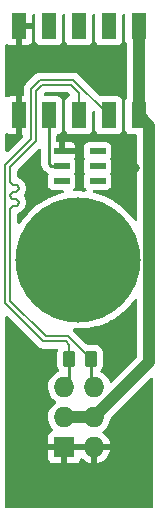
<source format=gtl>
G04 #@! TF.GenerationSoftware,KiCad,Pcbnew,6.0.0-d3dd2cf0fa~116~ubuntu21.10.1*
G04 #@! TF.CreationDate,2022-02-12T15:33:20+00:00*
G04 #@! TF.ProjectId,feederFloor,66656564-6572-4466-9c6f-6f722e6b6963,rev?*
G04 #@! TF.SameCoordinates,Original*
G04 #@! TF.FileFunction,Copper,L1,Top*
G04 #@! TF.FilePolarity,Positive*
%FSLAX46Y46*%
G04 Gerber Fmt 4.6, Leading zero omitted, Abs format (unit mm)*
G04 Created by KiCad (PCBNEW 6.0.0-d3dd2cf0fa~116~ubuntu21.10.1) date 2022-02-12 15:33:20*
%MOMM*%
%LPD*%
G01*
G04 APERTURE LIST*
G04 Aperture macros list*
%AMRoundRect*
0 Rectangle with rounded corners*
0 $1 Rounding radius*
0 $2 $3 $4 $5 $6 $7 $8 $9 X,Y pos of 4 corners*
0 Add a 4 corners polygon primitive as box body*
4,1,4,$2,$3,$4,$5,$6,$7,$8,$9,$2,$3,0*
0 Add four circle primitives for the rounded corners*
1,1,$1+$1,$2,$3*
1,1,$1+$1,$4,$5*
1,1,$1+$1,$6,$7*
1,1,$1+$1,$8,$9*
0 Add four rect primitives between the rounded corners*
20,1,$1+$1,$2,$3,$4,$5,0*
20,1,$1+$1,$4,$5,$6,$7,0*
20,1,$1+$1,$6,$7,$8,$9,0*
20,1,$1+$1,$8,$9,$2,$3,0*%
G04 Aperture macros list end*
G04 #@! TA.AperFunction,SMDPad,CuDef*
%ADD10R,1.270000X2.250000*%
G04 #@! TD*
G04 #@! TA.AperFunction,SMDPad,CuDef*
%ADD11RoundRect,0.250000X0.262500X0.450000X-0.262500X0.450000X-0.262500X-0.450000X0.262500X-0.450000X0*%
G04 #@! TD*
G04 #@! TA.AperFunction,SMDPad,CuDef*
%ADD12R,1.330000X0.530000*%
G04 #@! TD*
G04 #@! TA.AperFunction,ComponentPad*
%ADD13C,5.700000*%
G04 #@! TD*
G04 #@! TA.AperFunction,ConnectorPad*
%ADD14C,10.600000*%
G04 #@! TD*
G04 #@! TA.AperFunction,ComponentPad*
%ADD15R,1.727200X1.727200*%
G04 #@! TD*
G04 #@! TA.AperFunction,ComponentPad*
%ADD16O,1.727200X1.727200*%
G04 #@! TD*
G04 #@! TA.AperFunction,ViaPad*
%ADD17C,0.800000*%
G04 #@! TD*
G04 #@! TA.AperFunction,Conductor*
%ADD18C,0.250000*%
G04 #@! TD*
G04 #@! TA.AperFunction,Conductor*
%ADD19C,1.000000*%
G04 #@! TD*
G04 #@! TA.AperFunction,Conductor*
%ADD20C,0.200000*%
G04 #@! TD*
G04 APERTURE END LIST*
D10*
X186650000Y-29100000D03*
X189190000Y-29100000D03*
X191730000Y-29100000D03*
X194270000Y-29100000D03*
X196810000Y-29100000D03*
X196810000Y-21550000D03*
X194270000Y-21550000D03*
X191730000Y-21550000D03*
X189190000Y-21543500D03*
X186650000Y-21543500D03*
D11*
X192742500Y-49740000D03*
X190917500Y-49740000D03*
D12*
X190265000Y-32130000D03*
X190265000Y-33400000D03*
X190265000Y-34670000D03*
X193315000Y-34670000D03*
X193315000Y-33400000D03*
X193315000Y-32130000D03*
D13*
X191700000Y-41350000D03*
D14*
X191700000Y-41350000D03*
D15*
X190500000Y-57200000D03*
D16*
X193040000Y-57200000D03*
X190500000Y-54660000D03*
X193040000Y-54660000D03*
X190500000Y-52120000D03*
X193040000Y-52120000D03*
D17*
X195020000Y-49560000D03*
X187230000Y-33560000D03*
X186580000Y-24180000D03*
X196510000Y-33560000D03*
D18*
X189190000Y-33240000D02*
X189190000Y-29100000D01*
X189350000Y-33400000D02*
X189190000Y-33240000D01*
X190265000Y-33400000D02*
X189350000Y-33400000D01*
D19*
X190500000Y-54660000D02*
X193040000Y-54660000D01*
X197700001Y-29990001D02*
X196810000Y-29100000D01*
X196810000Y-29100000D02*
X196810000Y-21550000D01*
X193040000Y-54660000D02*
X197700001Y-49999999D01*
X197700001Y-49999999D02*
X197700001Y-29990001D01*
D18*
X190917500Y-51702500D02*
X190500000Y-52120000D01*
D20*
X190621103Y-48255000D02*
X190917500Y-48551397D01*
X191275000Y-26105000D02*
X188426800Y-26105000D01*
X185475000Y-45003200D02*
X188726800Y-48255000D01*
X188426800Y-26105000D02*
X187685000Y-26846800D01*
X190917500Y-48551397D02*
X190917500Y-49740000D01*
X188726800Y-48255000D02*
X190621103Y-48255000D01*
D18*
X190917500Y-49740000D02*
X190917500Y-51702500D01*
D20*
X194270000Y-29100000D02*
X191275000Y-26105000D01*
X185475000Y-33296800D02*
X185475000Y-45003200D01*
X187685000Y-31086800D02*
X185475000Y-33296800D01*
X187685000Y-26846800D02*
X187685000Y-31086800D01*
X186461507Y-35014709D02*
X186398098Y-34992521D01*
X186398098Y-35577478D02*
X186461507Y-35555290D01*
X186158243Y-35592521D02*
X186225000Y-35585000D01*
D18*
X192742500Y-49740000D02*
X192742500Y-51822500D01*
D20*
X186565891Y-35472046D02*
X186601632Y-35415165D01*
X186631342Y-35285000D02*
X186623820Y-35218243D01*
X186158243Y-34977478D02*
X186094834Y-34955290D01*
X186565891Y-36672046D02*
X186601632Y-36615165D01*
X185932521Y-35818243D02*
X185954709Y-35754834D01*
X186331342Y-36185000D02*
X186225000Y-36185000D01*
X186565891Y-36297953D02*
X186518388Y-36250450D01*
X191088603Y-26555000D02*
X191730000Y-27196397D01*
X185925000Y-35885000D02*
X185932521Y-35818243D01*
X185925000Y-44816800D02*
X185925000Y-37085000D01*
X186225000Y-35585000D02*
X186331342Y-35585000D01*
X186461507Y-36755290D02*
X186518388Y-36719549D01*
X185990450Y-35697953D02*
X186037953Y-35650450D01*
X185932521Y-35951756D02*
X185925000Y-35885000D01*
X186601632Y-36615165D02*
X186623820Y-36551756D01*
X185932521Y-37018243D02*
X185954709Y-36954834D01*
X186037953Y-36119549D02*
X185990450Y-36072046D01*
X186037953Y-36850450D02*
X186094834Y-36814709D01*
X186225000Y-34985000D02*
X186158243Y-34977478D01*
X186331342Y-35585000D02*
X186398098Y-35577478D01*
X186631342Y-36485000D02*
X186623820Y-36418243D01*
X186623820Y-35351756D02*
X186631342Y-35285000D01*
X185954709Y-36015165D02*
X185932521Y-35951756D01*
X185925000Y-34685000D02*
X185925000Y-33483200D01*
X186094834Y-35614709D02*
X186158243Y-35592521D01*
X191730000Y-27196397D02*
X191730000Y-29100000D01*
X190807500Y-47805000D02*
X188913200Y-47805000D01*
X185954709Y-34815165D02*
X185932521Y-34751756D01*
X186094834Y-34955290D02*
X186037953Y-34919549D01*
X186623820Y-36418243D02*
X186601632Y-36354834D01*
D18*
X192742500Y-51822500D02*
X193040000Y-52120000D01*
D20*
X186037953Y-34919549D02*
X185990450Y-34872046D01*
X185990450Y-36897953D02*
X186037953Y-36850450D01*
X186461507Y-36214709D02*
X186398098Y-36192521D01*
X186601632Y-36354834D02*
X186565891Y-36297953D01*
X186037953Y-35650450D02*
X186094834Y-35614709D01*
X186158243Y-36792521D02*
X186225000Y-36785000D01*
X188613200Y-26555000D02*
X191088603Y-26555000D01*
X186398098Y-34992521D02*
X186331342Y-34985000D01*
X186623820Y-35218243D02*
X186601632Y-35154834D01*
X188135000Y-31273200D02*
X188135000Y-27033200D01*
X186398098Y-36192521D02*
X186331342Y-36185000D01*
X186158243Y-36177478D02*
X186094834Y-36155290D01*
X185990450Y-36072046D02*
X185954709Y-36015165D01*
X186398098Y-36777478D02*
X186461507Y-36755290D01*
X186461507Y-35555290D02*
X186518388Y-35519549D01*
X185925000Y-33483200D02*
X188135000Y-31273200D01*
X185954709Y-36954834D02*
X185990450Y-36897953D01*
X186601632Y-35154834D02*
X186565891Y-35097953D01*
X186565891Y-35097953D02*
X186518388Y-35050450D01*
X185954709Y-35754834D02*
X185990450Y-35697953D01*
X188135000Y-27033200D02*
X188613200Y-26555000D01*
X185932521Y-34751756D02*
X185925000Y-34685000D01*
X186518388Y-36719549D02*
X186565891Y-36672046D01*
X186518388Y-36250450D02*
X186461507Y-36214709D01*
X186601632Y-35415165D02*
X186623820Y-35351756D01*
X186225000Y-36785000D02*
X186331342Y-36785000D01*
X186518388Y-35519549D02*
X186565891Y-35472046D01*
X192742500Y-49740000D02*
X190807500Y-47805000D01*
X186094834Y-36814709D02*
X186158243Y-36792521D01*
X186225000Y-36185000D02*
X186158243Y-36177478D01*
X188913200Y-47805000D02*
X185925000Y-44816800D01*
X185990450Y-34872046D02*
X185954709Y-34815165D01*
X186331342Y-36785000D02*
X186398098Y-36777478D01*
X185925000Y-37085000D02*
X185932521Y-37018243D01*
X186623820Y-36551756D02*
X186631342Y-36485000D01*
X186518388Y-35050450D02*
X186461507Y-35014709D01*
X186331342Y-34985000D02*
X186225000Y-34985000D01*
X186094834Y-36155290D02*
X186037953Y-36119549D01*
G04 #@! TA.AperFunction,Conductor*
G36*
X185716512Y-46105149D02*
G01*
X185723095Y-46111278D01*
X188262780Y-48650963D01*
X188273648Y-48663355D01*
X188288068Y-48682148D01*
X188288072Y-48682152D01*
X188293098Y-48688702D01*
X188324991Y-48713174D01*
X188420127Y-48786175D01*
X188479413Y-48810732D01*
X188560424Y-48844288D01*
X188560427Y-48844289D01*
X188568054Y-48847448D01*
X188726800Y-48868347D01*
X188734988Y-48867269D01*
X188734989Y-48867269D01*
X188758468Y-48864178D01*
X188774914Y-48863100D01*
X189823313Y-48863100D01*
X189891434Y-48883102D01*
X189937927Y-48936758D01*
X189948031Y-49007032D01*
X189942906Y-49028768D01*
X189907597Y-49135220D01*
X189896900Y-49239627D01*
X189896901Y-50240372D01*
X189907869Y-50346084D01*
X189963815Y-50513775D01*
X189967664Y-50519995D01*
X190053605Y-50658875D01*
X190072442Y-50727327D01*
X190051280Y-50795097D01*
X189996840Y-50840668D01*
X189985604Y-50844943D01*
X189971544Y-50849538D01*
X189971538Y-50849541D01*
X189966623Y-50851147D01*
X189766549Y-50955299D01*
X189762416Y-50958402D01*
X189762413Y-50958404D01*
X189630088Y-51057756D01*
X189586171Y-51090730D01*
X189430336Y-51253803D01*
X189303226Y-51440138D01*
X189208257Y-51644731D01*
X189147979Y-51862088D01*
X189124010Y-52086372D01*
X189136994Y-52311558D01*
X189138131Y-52316604D01*
X189138132Y-52316610D01*
X189162442Y-52424478D01*
X189186583Y-52531600D01*
X189271444Y-52740588D01*
X189389299Y-52932910D01*
X189536983Y-53103401D01*
X189710529Y-53247482D01*
X189764841Y-53279219D01*
X189813563Y-53330855D01*
X189826635Y-53400638D01*
X189799904Y-53466410D01*
X189769205Y-53493916D01*
X189766549Y-53495299D01*
X189762413Y-53498404D01*
X189762412Y-53498405D01*
X189591592Y-53626660D01*
X189586171Y-53630730D01*
X189430336Y-53793803D01*
X189303226Y-53980138D01*
X189208257Y-54184731D01*
X189147979Y-54402088D01*
X189124010Y-54626372D01*
X189136994Y-54851558D01*
X189138131Y-54856604D01*
X189138132Y-54856610D01*
X189159375Y-54950868D01*
X189186583Y-55071600D01*
X189188525Y-55076382D01*
X189188526Y-55076386D01*
X189227078Y-55171328D01*
X189271444Y-55280588D01*
X189389299Y-55472910D01*
X189534864Y-55640954D01*
X189534864Y-55640955D01*
X189536983Y-55643401D01*
X189536478Y-55643838D01*
X189569265Y-55702418D01*
X189564941Y-55773282D01*
X189522991Y-55830560D01*
X189490660Y-55848469D01*
X189398348Y-55883075D01*
X189382751Y-55891614D01*
X189280676Y-55968115D01*
X189268115Y-55980676D01*
X189191614Y-56082751D01*
X189183076Y-56098346D01*
X189137922Y-56218794D01*
X189134295Y-56234049D01*
X189128769Y-56284914D01*
X189128400Y-56291728D01*
X189128400Y-56927885D01*
X189132875Y-56943124D01*
X189134265Y-56944329D01*
X189141948Y-56946000D01*
X194372367Y-56946000D01*
X194385898Y-56942027D01*
X194387203Y-56932947D01*
X194344133Y-56761477D01*
X194340813Y-56751726D01*
X194254999Y-56554365D01*
X194250133Y-56545290D01*
X194133239Y-56364601D01*
X194126947Y-56356430D01*
X193982113Y-56197260D01*
X193974580Y-56190234D01*
X193805691Y-56056855D01*
X193797108Y-56051153D01*
X193777695Y-56040436D01*
X193727724Y-55990003D01*
X193712952Y-55920560D01*
X193738068Y-55854155D01*
X193765420Y-55827548D01*
X193826224Y-55784177D01*
X193928409Y-55711290D01*
X194088182Y-55552073D01*
X194219806Y-55368899D01*
X194319745Y-55166687D01*
X194385316Y-54950868D01*
X194411651Y-54750839D01*
X194440374Y-54685912D01*
X194447478Y-54678191D01*
X197776905Y-51348764D01*
X197839217Y-51314738D01*
X197910032Y-51319803D01*
X197966868Y-51362350D01*
X197991679Y-51428870D01*
X197992000Y-51437859D01*
X197992000Y-62266000D01*
X197971998Y-62334121D01*
X197918342Y-62380614D01*
X197866000Y-62392000D01*
X185634000Y-62392000D01*
X185565879Y-62371998D01*
X185519386Y-62318342D01*
X185508000Y-62266000D01*
X185508000Y-58108269D01*
X189128401Y-58108269D01*
X189128771Y-58115090D01*
X189134295Y-58165952D01*
X189137921Y-58181204D01*
X189183076Y-58301654D01*
X189191614Y-58317249D01*
X189268115Y-58419324D01*
X189280676Y-58431885D01*
X189382751Y-58508386D01*
X189398346Y-58516924D01*
X189518794Y-58562078D01*
X189534049Y-58565705D01*
X189584914Y-58571231D01*
X189591728Y-58571600D01*
X190227885Y-58571600D01*
X190243124Y-58567125D01*
X190244329Y-58565735D01*
X190246000Y-58558052D01*
X190246000Y-58553484D01*
X190754000Y-58553484D01*
X190758475Y-58568723D01*
X190759865Y-58569928D01*
X190767548Y-58571599D01*
X191408269Y-58571599D01*
X191415090Y-58571229D01*
X191465952Y-58565705D01*
X191481204Y-58562079D01*
X191601654Y-58516924D01*
X191617249Y-58508386D01*
X191719324Y-58431885D01*
X191731885Y-58419324D01*
X191808386Y-58317249D01*
X191816924Y-58301654D01*
X191852041Y-58207981D01*
X191894683Y-58151217D01*
X191961245Y-58126517D01*
X192030593Y-58141725D01*
X192065263Y-58169716D01*
X192073674Y-58179427D01*
X192081032Y-58186633D01*
X192246606Y-58324095D01*
X192255053Y-58330010D01*
X192440859Y-58438586D01*
X192450146Y-58443036D01*
X192651198Y-58519810D01*
X192661091Y-58522684D01*
X192768248Y-58544485D01*
X192782300Y-58543290D01*
X192786000Y-58532945D01*
X192786000Y-58532229D01*
X193294000Y-58532229D01*
X193298064Y-58546071D01*
X193311479Y-58548105D01*
X193321025Y-58546882D01*
X193331095Y-58544742D01*
X193537225Y-58482900D01*
X193546832Y-58479134D01*
X193740076Y-58384464D01*
X193748934Y-58379185D01*
X193924141Y-58254211D01*
X193932003Y-58247567D01*
X194084445Y-58095656D01*
X194091122Y-58087811D01*
X194216702Y-57913047D01*
X194222013Y-57904208D01*
X194317358Y-57711292D01*
X194321156Y-57701699D01*
X194383716Y-57495791D01*
X194385893Y-57485721D01*
X194387705Y-57471960D01*
X194385493Y-57457778D01*
X194372336Y-57454000D01*
X193312115Y-57454000D01*
X193296876Y-57458475D01*
X193295671Y-57459865D01*
X193294000Y-57467548D01*
X193294000Y-58532229D01*
X192786000Y-58532229D01*
X192786000Y-57472115D01*
X192781525Y-57456876D01*
X192780135Y-57455671D01*
X192772452Y-57454000D01*
X190772115Y-57454000D01*
X190756876Y-57458475D01*
X190755671Y-57459865D01*
X190754000Y-57467548D01*
X190754000Y-58553484D01*
X190246000Y-58553484D01*
X190246000Y-57472115D01*
X190241525Y-57456876D01*
X190240135Y-57455671D01*
X190232452Y-57454000D01*
X189146516Y-57454000D01*
X189131277Y-57458475D01*
X189130072Y-57459865D01*
X189128401Y-57467548D01*
X189128401Y-58108269D01*
X185508000Y-58108269D01*
X185508000Y-46200373D01*
X185528002Y-46132252D01*
X185581658Y-46085759D01*
X185651932Y-46075655D01*
X185716512Y-46105149D01*
G37*
G04 #@! TD.AperFunction*
G04 #@! TA.AperFunction,Conductor*
G36*
X196649444Y-44656401D02*
G01*
X196687176Y-44716541D01*
X196691901Y-44750723D01*
X196691901Y-49530241D01*
X196671899Y-49598362D01*
X196654996Y-49619336D01*
X194550517Y-51723815D01*
X194488205Y-51757841D01*
X194417390Y-51752776D01*
X194360554Y-51710229D01*
X194343187Y-51677300D01*
X194342969Y-51676433D01*
X194253027Y-51469581D01*
X194130508Y-51280196D01*
X194110380Y-51258075D01*
X194046245Y-51187592D01*
X193978703Y-51113364D01*
X193908291Y-51057756D01*
X193805744Y-50976768D01*
X193805740Y-50976766D01*
X193801689Y-50973566D01*
X193764271Y-50952910D01*
X193709162Y-50922489D01*
X193620900Y-50873766D01*
X193570930Y-50823335D01*
X193556158Y-50753892D01*
X193581274Y-50687486D01*
X193592614Y-50674448D01*
X193603989Y-50663053D01*
X193696749Y-50512568D01*
X193752403Y-50344780D01*
X193763100Y-50240373D01*
X193763099Y-49239628D01*
X193752131Y-49133916D01*
X193696185Y-48966225D01*
X193603163Y-48815902D01*
X193478053Y-48691011D01*
X193327568Y-48598251D01*
X193320619Y-48595946D01*
X193166311Y-48544763D01*
X193166309Y-48544762D01*
X193159780Y-48542597D01*
X193055373Y-48531900D01*
X192955536Y-48531900D01*
X192446574Y-48531901D01*
X192378453Y-48511899D01*
X192357479Y-48494996D01*
X191271516Y-47409033D01*
X191260648Y-47396641D01*
X191246228Y-47377848D01*
X191241202Y-47371298D01*
X191234652Y-47366272D01*
X191229948Y-47361568D01*
X191195922Y-47299256D01*
X191200987Y-47228441D01*
X191243534Y-47171605D01*
X191310054Y-47146794D01*
X191328819Y-47146853D01*
X191484414Y-47158962D01*
X191484422Y-47158962D01*
X191486988Y-47159162D01*
X191489559Y-47159151D01*
X191489565Y-47159151D01*
X191725343Y-47158122D01*
X191963698Y-47157082D01*
X192438635Y-47115948D01*
X192441185Y-47115514D01*
X192441196Y-47115513D01*
X192906052Y-47036471D01*
X192906054Y-47036471D01*
X192908604Y-47036037D01*
X193110877Y-46984290D01*
X193367961Y-46918521D01*
X193367967Y-46918519D01*
X193370446Y-46917885D01*
X193372863Y-46917050D01*
X193372871Y-46917048D01*
X193602799Y-46837653D01*
X193821053Y-46762289D01*
X194257395Y-46570294D01*
X194259668Y-46569063D01*
X194259673Y-46569060D01*
X194674253Y-46344430D01*
X194674260Y-46344426D01*
X194676539Y-46343191D01*
X194999502Y-46132252D01*
X195073490Y-46083928D01*
X195073497Y-46083923D01*
X195075665Y-46082507D01*
X195452088Y-45789997D01*
X195764440Y-45503277D01*
X195801371Y-45469377D01*
X195801377Y-45469371D01*
X195803278Y-45467626D01*
X195805027Y-45465734D01*
X195805033Y-45465728D01*
X196125122Y-45119457D01*
X196126872Y-45117564D01*
X196420695Y-44742164D01*
X196460650Y-44681454D01*
X196514808Y-44635547D01*
X196585187Y-44626208D01*
X196649444Y-44656401D01*
G37*
G04 #@! TD.AperFunction*
G04 #@! TA.AperFunction,Conductor*
G36*
X188474932Y-31897417D02*
G01*
X188531768Y-31939964D01*
X188556579Y-32006484D01*
X188556900Y-32015473D01*
X188556900Y-33161291D01*
X188556374Y-33172460D01*
X188554700Y-33179947D01*
X188554949Y-33187872D01*
X188554949Y-33187873D01*
X188556838Y-33247985D01*
X188556900Y-33251942D01*
X188556900Y-33279833D01*
X188557396Y-33283756D01*
X188557403Y-33283813D01*
X188558336Y-33295660D01*
X188559724Y-33339826D01*
X188561936Y-33347439D01*
X188561937Y-33347446D01*
X188565371Y-33359267D01*
X188569380Y-33378623D01*
X188571916Y-33398697D01*
X188574833Y-33406063D01*
X188574834Y-33406069D01*
X188588180Y-33439775D01*
X188592026Y-33451008D01*
X188602139Y-33485819D01*
X188602142Y-33485825D01*
X188604352Y-33493433D01*
X188608387Y-33500256D01*
X188608388Y-33500258D01*
X188614652Y-33510850D01*
X188623349Y-33528602D01*
X188630801Y-33547422D01*
X188635459Y-33553833D01*
X188635460Y-33553835D01*
X188656765Y-33583158D01*
X188663283Y-33593081D01*
X188685777Y-33631116D01*
X188691381Y-33636720D01*
X188700084Y-33645422D01*
X188712930Y-33660463D01*
X188720161Y-33670416D01*
X188724822Y-33676831D01*
X188730930Y-33681884D01*
X188758862Y-33704991D01*
X188767643Y-33712981D01*
X188846672Y-33792011D01*
X188854202Y-33800286D01*
X188858311Y-33806761D01*
X188864087Y-33812185D01*
X188907954Y-33853379D01*
X188910796Y-33856134D01*
X188930497Y-33875835D01*
X188933619Y-33878257D01*
X188933626Y-33878263D01*
X188933683Y-33878307D01*
X188942705Y-33886013D01*
X188974915Y-33916260D01*
X188981864Y-33920080D01*
X188992650Y-33926010D01*
X189009173Y-33936863D01*
X189025164Y-33949267D01*
X189065723Y-33966818D01*
X189076352Y-33972025D01*
X189102124Y-33986193D01*
X189152182Y-34036538D01*
X189167075Y-34105955D01*
X189152707Y-34154528D01*
X189149739Y-34158489D01*
X189098650Y-34294771D01*
X189091900Y-34356904D01*
X189091900Y-34983096D01*
X189098650Y-35045229D01*
X189101422Y-35052622D01*
X189101422Y-35052624D01*
X189103832Y-35059053D01*
X189149739Y-35181511D01*
X189237024Y-35297976D01*
X189353489Y-35385261D01*
X189407955Y-35405679D01*
X189482376Y-35433578D01*
X189482378Y-35433578D01*
X189489771Y-35436350D01*
X189497621Y-35437203D01*
X189497622Y-35437203D01*
X189544991Y-35442349D01*
X189551904Y-35443100D01*
X190341107Y-35443100D01*
X190409228Y-35463102D01*
X190455721Y-35516758D01*
X190465825Y-35587032D01*
X190436331Y-35651612D01*
X190376605Y-35689996D01*
X190365256Y-35692764D01*
X190355368Y-35694695D01*
X190355365Y-35694696D01*
X190352834Y-35695190D01*
X190350356Y-35695889D01*
X190350347Y-35695891D01*
X190056657Y-35778720D01*
X189894017Y-35824589D01*
X189891590Y-35825494D01*
X189449761Y-35990248D01*
X189449751Y-35990252D01*
X189447346Y-35991149D01*
X189445016Y-35992243D01*
X189018150Y-36192655D01*
X189018142Y-36192659D01*
X189015825Y-36193747D01*
X188915861Y-36251113D01*
X188604583Y-36429744D01*
X188604575Y-36429749D01*
X188602355Y-36431023D01*
X188488108Y-36509690D01*
X188211833Y-36699923D01*
X188211822Y-36699931D01*
X188209718Y-36701380D01*
X188207730Y-36703004D01*
X188207729Y-36703005D01*
X187842551Y-37001367D01*
X187842543Y-37001374D01*
X187840553Y-37003000D01*
X187497344Y-37333855D01*
X187495652Y-37335778D01*
X187495643Y-37335787D01*
X187405923Y-37437734D01*
X187182399Y-37691719D01*
X187180864Y-37693782D01*
X187180856Y-37693792D01*
X187100950Y-37801190D01*
X186897836Y-38074186D01*
X186896463Y-38076388D01*
X186896460Y-38076392D01*
X186766012Y-38285558D01*
X186712992Y-38332775D01*
X186642862Y-38343831D01*
X186577887Y-38315217D01*
X186538697Y-38256017D01*
X186533100Y-38218882D01*
X186533100Y-37468135D01*
X186553102Y-37400014D01*
X186613075Y-37350842D01*
X186614165Y-37350414D01*
X186622182Y-37348426D01*
X186628979Y-37344670D01*
X186634644Y-37342687D01*
X186642296Y-37341387D01*
X186683858Y-37322321D01*
X186694764Y-37317923D01*
X186699971Y-37316101D01*
X186723304Y-37304322D01*
X186727519Y-37302293D01*
X186747536Y-37293110D01*
X186747540Y-37293108D01*
X186751291Y-37291387D01*
X186755967Y-37288449D01*
X186766225Y-37282654D01*
X186799647Y-37265782D01*
X186807020Y-37262060D01*
X186812813Y-37256883D01*
X186817887Y-37253695D01*
X186825062Y-37250723D01*
X186861327Y-37222896D01*
X186870993Y-37216173D01*
X186872172Y-37215432D01*
X186872177Y-37215429D01*
X186875666Y-37213236D01*
X186895798Y-37196555D01*
X186899450Y-37193642D01*
X186920197Y-37177723D01*
X186924089Y-37173831D01*
X186932795Y-37165902D01*
X186961647Y-37141997D01*
X186961647Y-37141996D01*
X186968005Y-37136729D01*
X186972499Y-37130395D01*
X186976737Y-37126157D01*
X186983071Y-37121663D01*
X187012244Y-37086453D01*
X187020173Y-37077747D01*
X187024065Y-37073855D01*
X187039984Y-37053108D01*
X187042902Y-37049450D01*
X187056946Y-37032501D01*
X187056949Y-37032497D01*
X187059578Y-37029324D01*
X187061774Y-37025830D01*
X187062515Y-37024651D01*
X187069238Y-37014985D01*
X187092038Y-36985271D01*
X187097065Y-36978720D01*
X187100037Y-36971545D01*
X187103225Y-36966471D01*
X187108402Y-36960678D01*
X187128997Y-36919881D01*
X187134791Y-36909625D01*
X187135533Y-36908444D01*
X187135534Y-36908442D01*
X187137729Y-36904949D01*
X187148635Y-36881177D01*
X187150664Y-36876962D01*
X187162443Y-36853629D01*
X187164265Y-36848422D01*
X187168663Y-36837516D01*
X187187729Y-36795954D01*
X187189030Y-36788298D01*
X187191009Y-36782641D01*
X187194768Y-36775840D01*
X187205770Y-36731478D01*
X187209133Y-36720200D01*
X187209593Y-36718885D01*
X187209594Y-36718882D01*
X187210959Y-36714981D01*
X187216304Y-36689366D01*
X187217341Y-36684823D01*
X187222642Y-36663449D01*
X187222643Y-36663442D01*
X187223633Y-36659451D01*
X187224095Y-36655354D01*
X187224251Y-36653971D01*
X187226114Y-36642349D01*
X187233765Y-36605679D01*
X187233765Y-36605678D01*
X187235452Y-36597593D01*
X187235016Y-36589837D01*
X187235688Y-36583880D01*
X187237839Y-36576412D01*
X187238694Y-36530712D01*
X187239463Y-36518969D01*
X187239620Y-36517574D01*
X187240081Y-36513484D01*
X187239592Y-36487351D01*
X187239592Y-36482642D01*
X187240004Y-36460633D01*
X187240081Y-36456517D01*
X187239463Y-36451031D01*
X187238694Y-36439289D01*
X187237993Y-36401845D01*
X187237839Y-36393589D01*
X187235688Y-36386123D01*
X187235017Y-36380162D01*
X187235452Y-36372406D01*
X187226113Y-36327646D01*
X187224250Y-36316020D01*
X187224096Y-36314650D01*
X187224094Y-36314637D01*
X187223633Y-36310549D01*
X187222642Y-36306553D01*
X187222640Y-36306542D01*
X187217349Y-36285209D01*
X187216300Y-36280617D01*
X187211801Y-36259053D01*
X187211801Y-36259051D01*
X187210959Y-36255018D01*
X187209595Y-36251121D01*
X187209593Y-36251113D01*
X187209132Y-36249795D01*
X187205769Y-36238518D01*
X187196756Y-36202177D01*
X187194768Y-36194160D01*
X187191010Y-36187361D01*
X187189030Y-36181701D01*
X187187729Y-36174045D01*
X187168663Y-36132483D01*
X187164264Y-36121574D01*
X187163805Y-36120263D01*
X187162443Y-36116370D01*
X187150664Y-36093037D01*
X187148635Y-36088822D01*
X187139452Y-36068805D01*
X187139450Y-36068801D01*
X187137729Y-36065050D01*
X187134791Y-36060374D01*
X187128996Y-36050116D01*
X187112124Y-36016694D01*
X187108402Y-36009321D01*
X187103225Y-36003528D01*
X187100037Y-35998454D01*
X187097065Y-35991279D01*
X187092040Y-35984730D01*
X187092038Y-35984727D01*
X187074372Y-35961705D01*
X187048771Y-35895484D01*
X187063035Y-35825936D01*
X187074371Y-35808297D01*
X187092036Y-35785276D01*
X187092041Y-35785268D01*
X187097065Y-35778720D01*
X187100037Y-35771545D01*
X187103225Y-35766471D01*
X187108402Y-35760678D01*
X187128997Y-35719881D01*
X187134791Y-35709625D01*
X187135533Y-35708444D01*
X187135534Y-35708442D01*
X187137729Y-35704949D01*
X187141885Y-35695891D01*
X187148635Y-35681177D01*
X187150664Y-35676962D01*
X187162443Y-35653629D01*
X187164265Y-35648422D01*
X187168663Y-35637516D01*
X187187729Y-35595954D01*
X187189030Y-35588298D01*
X187191009Y-35582641D01*
X187194768Y-35575840D01*
X187205770Y-35531478D01*
X187209133Y-35520200D01*
X187209593Y-35518885D01*
X187209594Y-35518882D01*
X187210959Y-35514981D01*
X187216304Y-35489366D01*
X187217341Y-35484823D01*
X187222642Y-35463449D01*
X187222643Y-35463442D01*
X187223633Y-35459451D01*
X187224095Y-35455354D01*
X187224251Y-35453971D01*
X187226114Y-35442349D01*
X187233765Y-35405679D01*
X187233765Y-35405678D01*
X187235452Y-35397593D01*
X187235016Y-35389837D01*
X187235688Y-35383880D01*
X187237839Y-35376412D01*
X187238694Y-35330712D01*
X187239463Y-35318969D01*
X187239620Y-35317574D01*
X187240081Y-35313484D01*
X187239592Y-35287351D01*
X187239592Y-35282642D01*
X187240004Y-35260633D01*
X187240081Y-35256517D01*
X187239463Y-35251031D01*
X187238694Y-35239289D01*
X187237993Y-35201845D01*
X187237839Y-35193589D01*
X187235688Y-35186123D01*
X187235017Y-35180162D01*
X187235452Y-35172406D01*
X187226113Y-35127646D01*
X187224250Y-35116020D01*
X187224096Y-35114650D01*
X187224094Y-35114637D01*
X187223633Y-35110549D01*
X187222642Y-35106553D01*
X187222640Y-35106542D01*
X187217349Y-35085209D01*
X187216300Y-35080617D01*
X187211801Y-35059053D01*
X187211801Y-35059051D01*
X187210959Y-35055018D01*
X187209595Y-35051121D01*
X187209593Y-35051113D01*
X187209132Y-35049795D01*
X187205769Y-35038518D01*
X187196756Y-35002177D01*
X187194768Y-34994160D01*
X187191010Y-34987361D01*
X187189030Y-34981701D01*
X187187729Y-34974045D01*
X187168663Y-34932483D01*
X187164264Y-34921574D01*
X187163805Y-34920263D01*
X187162443Y-34916370D01*
X187150664Y-34893037D01*
X187148635Y-34888822D01*
X187139452Y-34868805D01*
X187139450Y-34868801D01*
X187137729Y-34865050D01*
X187134791Y-34860374D01*
X187128996Y-34850116D01*
X187112124Y-34816694D01*
X187108402Y-34809321D01*
X187103225Y-34803528D01*
X187100037Y-34798454D01*
X187097065Y-34791279D01*
X187069238Y-34755014D01*
X187062515Y-34745348D01*
X187061774Y-34744169D01*
X187061771Y-34744164D01*
X187059578Y-34740675D01*
X187042897Y-34720543D01*
X187039984Y-34716891D01*
X187024065Y-34696144D01*
X187020173Y-34692252D01*
X187012244Y-34683546D01*
X186988339Y-34654694D01*
X186988338Y-34654694D01*
X186983071Y-34648336D01*
X186976737Y-34643842D01*
X186972499Y-34639604D01*
X186968005Y-34633270D01*
X186932795Y-34604097D01*
X186924089Y-34596168D01*
X186920197Y-34592276D01*
X186899450Y-34576357D01*
X186895792Y-34573439D01*
X186878843Y-34559395D01*
X186878839Y-34559392D01*
X186875666Y-34556763D01*
X186872177Y-34554570D01*
X186872172Y-34554567D01*
X186870993Y-34553826D01*
X186861327Y-34547103D01*
X186831613Y-34524303D01*
X186825062Y-34519276D01*
X186817887Y-34516304D01*
X186812813Y-34513116D01*
X186807020Y-34507939D01*
X186766223Y-34487344D01*
X186755967Y-34481550D01*
X186754786Y-34480808D01*
X186754784Y-34480807D01*
X186751291Y-34478612D01*
X186747540Y-34476891D01*
X186747536Y-34476889D01*
X186727519Y-34467706D01*
X186723304Y-34465677D01*
X186699971Y-34453898D01*
X186694764Y-34452076D01*
X186683858Y-34447678D01*
X186642296Y-34428612D01*
X186634638Y-34427311D01*
X186628978Y-34425330D01*
X186622174Y-34421570D01*
X186614157Y-34419582D01*
X186613069Y-34419155D01*
X186556964Y-34375649D01*
X186533100Y-34301864D01*
X186533100Y-33787273D01*
X186553102Y-33719152D01*
X186570005Y-33698178D01*
X188341805Y-31926378D01*
X188404117Y-31892352D01*
X188474932Y-31897417D01*
G37*
G04 #@! TD.AperFunction*
G04 #@! TA.AperFunction,Conductor*
G36*
X187989021Y-20528002D02*
G01*
X188035514Y-20581658D01*
X188046900Y-20634000D01*
X188046900Y-22716596D01*
X188053650Y-22778729D01*
X188104739Y-22915011D01*
X188192024Y-23031476D01*
X188308489Y-23118761D01*
X188399266Y-23152791D01*
X188437376Y-23167078D01*
X188437378Y-23167078D01*
X188444771Y-23169850D01*
X188452621Y-23170703D01*
X188452622Y-23170703D01*
X188502568Y-23176129D01*
X188506904Y-23176600D01*
X189873096Y-23176600D01*
X189877432Y-23176129D01*
X189927378Y-23170703D01*
X189927379Y-23170703D01*
X189935229Y-23169850D01*
X189942622Y-23167078D01*
X189942624Y-23167078D01*
X189980734Y-23152791D01*
X190071511Y-23118761D01*
X190187976Y-23031476D01*
X190275261Y-22915011D01*
X190326350Y-22778729D01*
X190333100Y-22716596D01*
X190333100Y-20634000D01*
X190353102Y-20565879D01*
X190406758Y-20519386D01*
X190459100Y-20508000D01*
X190460900Y-20508000D01*
X190529021Y-20528002D01*
X190575514Y-20581658D01*
X190586900Y-20634000D01*
X190586900Y-22723096D01*
X190593650Y-22785229D01*
X190644739Y-22921511D01*
X190732024Y-23037976D01*
X190848489Y-23125261D01*
X190936846Y-23158384D01*
X190977376Y-23173578D01*
X190977378Y-23173578D01*
X190984771Y-23176350D01*
X190992621Y-23177203D01*
X190992622Y-23177203D01*
X191043507Y-23182731D01*
X191046904Y-23183100D01*
X192413096Y-23183100D01*
X192416493Y-23182731D01*
X192467378Y-23177203D01*
X192467379Y-23177203D01*
X192475229Y-23176350D01*
X192482622Y-23173578D01*
X192482624Y-23173578D01*
X192523154Y-23158384D01*
X192611511Y-23125261D01*
X192727976Y-23037976D01*
X192815261Y-22921511D01*
X192866350Y-22785229D01*
X192873100Y-22723096D01*
X192873100Y-20634000D01*
X192893102Y-20565879D01*
X192946758Y-20519386D01*
X192999100Y-20508000D01*
X193000900Y-20508000D01*
X193069021Y-20528002D01*
X193115514Y-20581658D01*
X193126900Y-20634000D01*
X193126900Y-22723096D01*
X193133650Y-22785229D01*
X193184739Y-22921511D01*
X193272024Y-23037976D01*
X193388489Y-23125261D01*
X193476846Y-23158384D01*
X193517376Y-23173578D01*
X193517378Y-23173578D01*
X193524771Y-23176350D01*
X193532621Y-23177203D01*
X193532622Y-23177203D01*
X193583507Y-23182731D01*
X193586904Y-23183100D01*
X194953096Y-23183100D01*
X194956493Y-23182731D01*
X195007378Y-23177203D01*
X195007379Y-23177203D01*
X195015229Y-23176350D01*
X195022622Y-23173578D01*
X195022624Y-23173578D01*
X195063154Y-23158384D01*
X195151511Y-23125261D01*
X195267976Y-23037976D01*
X195355261Y-22921511D01*
X195406350Y-22785229D01*
X195413100Y-22723096D01*
X195413100Y-20634000D01*
X195433102Y-20565879D01*
X195486758Y-20519386D01*
X195539100Y-20508000D01*
X195540900Y-20508000D01*
X195609021Y-20528002D01*
X195655514Y-20581658D01*
X195666900Y-20634000D01*
X195666900Y-22723096D01*
X195673650Y-22785229D01*
X195724739Y-22921511D01*
X195730119Y-22928690D01*
X195730121Y-22928693D01*
X195776726Y-22990877D01*
X195801574Y-23057383D01*
X195801900Y-23066442D01*
X195801900Y-27583558D01*
X195781898Y-27651679D01*
X195776726Y-27659123D01*
X195730121Y-27721307D01*
X195730119Y-27721310D01*
X195724739Y-27728489D01*
X195673650Y-27864771D01*
X195666900Y-27926904D01*
X195666900Y-30273096D01*
X195673650Y-30335229D01*
X195724739Y-30471511D01*
X195812024Y-30587976D01*
X195928489Y-30675261D01*
X196019266Y-30709291D01*
X196057376Y-30723578D01*
X196057378Y-30723578D01*
X196064771Y-30726350D01*
X196072621Y-30727203D01*
X196072622Y-30727203D01*
X196122587Y-30732631D01*
X196126904Y-30733100D01*
X196565901Y-30733100D01*
X196634022Y-30753102D01*
X196680515Y-30806758D01*
X196691901Y-30859100D01*
X196691901Y-37953142D01*
X196671899Y-38021263D01*
X196618243Y-38067756D01*
X196547969Y-38077860D01*
X196483389Y-38048366D01*
X196463004Y-38025862D01*
X196307134Y-37805311D01*
X196307132Y-37805308D01*
X196305632Y-37803186D01*
X196210644Y-37689783D01*
X196001187Y-37439719D01*
X196001183Y-37439714D01*
X195999524Y-37437734D01*
X195997716Y-37435904D01*
X195997708Y-37435895D01*
X195666320Y-37100434D01*
X195666316Y-37100430D01*
X195664501Y-37098593D01*
X195302816Y-36788043D01*
X194916902Y-36508174D01*
X194914697Y-36506836D01*
X194914691Y-36506832D01*
X194511569Y-36262212D01*
X194511563Y-36262209D01*
X194509352Y-36260867D01*
X194212801Y-36112689D01*
X194085232Y-36048946D01*
X194085227Y-36048944D01*
X194082910Y-36047786D01*
X193640441Y-35870363D01*
X193285009Y-35760678D01*
X193187383Y-35730551D01*
X193187380Y-35730550D01*
X193184923Y-35729792D01*
X193014368Y-35692137D01*
X192952161Y-35657919D01*
X192918329Y-35595502D01*
X192923613Y-35524702D01*
X192966335Y-35467999D01*
X193032932Y-35443394D01*
X193041532Y-35443100D01*
X194028096Y-35443100D01*
X194035009Y-35442349D01*
X194082378Y-35437203D01*
X194082379Y-35437203D01*
X194090229Y-35436350D01*
X194097622Y-35433578D01*
X194097624Y-35433578D01*
X194172045Y-35405679D01*
X194226511Y-35385261D01*
X194342976Y-35297976D01*
X194430261Y-35181511D01*
X194476168Y-35059053D01*
X194478578Y-35052624D01*
X194478578Y-35052622D01*
X194481350Y-35045229D01*
X194488100Y-34983096D01*
X194488100Y-34356904D01*
X194481350Y-34294771D01*
X194430261Y-34158489D01*
X194424881Y-34151310D01*
X194424879Y-34151307D01*
X194394344Y-34110565D01*
X194369496Y-34044059D01*
X194384549Y-33974676D01*
X194394344Y-33959435D01*
X194424879Y-33918693D01*
X194424881Y-33918690D01*
X194430261Y-33911511D01*
X194481350Y-33775229D01*
X194488100Y-33713096D01*
X194488100Y-33086904D01*
X194481350Y-33024771D01*
X194430261Y-32888489D01*
X194424881Y-32881310D01*
X194424879Y-32881307D01*
X194394344Y-32840565D01*
X194369496Y-32774059D01*
X194384549Y-32704676D01*
X194394344Y-32689435D01*
X194424879Y-32648693D01*
X194424881Y-32648690D01*
X194430261Y-32641511D01*
X194481350Y-32505229D01*
X194488100Y-32443096D01*
X194488100Y-31816904D01*
X194481350Y-31754771D01*
X194472580Y-31731375D01*
X194433411Y-31626893D01*
X194430261Y-31618489D01*
X194342976Y-31502024D01*
X194226511Y-31414739D01*
X194108630Y-31370548D01*
X194097624Y-31366422D01*
X194097622Y-31366422D01*
X194090229Y-31363650D01*
X194082379Y-31362797D01*
X194082378Y-31362797D01*
X194031493Y-31357269D01*
X194031492Y-31357269D01*
X194028096Y-31356900D01*
X192601904Y-31356900D01*
X192598508Y-31357269D01*
X192598507Y-31357269D01*
X192547622Y-31362797D01*
X192547621Y-31362797D01*
X192539771Y-31363650D01*
X192532378Y-31366422D01*
X192532376Y-31366422D01*
X192521370Y-31370548D01*
X192403489Y-31414739D01*
X192287024Y-31502024D01*
X192199739Y-31618489D01*
X192196589Y-31626893D01*
X192157421Y-31731375D01*
X192148650Y-31754771D01*
X192141900Y-31816904D01*
X192141900Y-32443096D01*
X192148650Y-32505229D01*
X192199739Y-32641511D01*
X192205119Y-32648690D01*
X192205121Y-32648693D01*
X192235656Y-32689435D01*
X192260504Y-32755941D01*
X192245451Y-32825324D01*
X192235656Y-32840565D01*
X192205121Y-32881307D01*
X192205119Y-32881310D01*
X192199739Y-32888489D01*
X192148650Y-33024771D01*
X192141900Y-33086904D01*
X192141900Y-33713096D01*
X192148650Y-33775229D01*
X192199739Y-33911511D01*
X192205119Y-33918690D01*
X192205121Y-33918693D01*
X192235656Y-33959435D01*
X192260504Y-34025941D01*
X192245451Y-34095324D01*
X192235656Y-34110565D01*
X192205121Y-34151307D01*
X192205119Y-34151310D01*
X192199739Y-34158489D01*
X192148650Y-34294771D01*
X192141900Y-34356904D01*
X192141900Y-34983096D01*
X192148650Y-35045229D01*
X192151422Y-35052622D01*
X192151422Y-35052624D01*
X192153832Y-35059053D01*
X192199739Y-35181511D01*
X192287024Y-35297976D01*
X192294204Y-35303357D01*
X192339107Y-35337010D01*
X192381622Y-35393869D01*
X192386648Y-35464688D01*
X192352588Y-35526981D01*
X192290257Y-35560971D01*
X192251678Y-35563276D01*
X192249611Y-35563080D01*
X192247058Y-35562733D01*
X192244494Y-35562596D01*
X192244490Y-35562596D01*
X191773597Y-35537505D01*
X191773587Y-35537505D01*
X191771018Y-35537368D01*
X191768444Y-35537442D01*
X191768433Y-35537442D01*
X191338717Y-35549820D01*
X191270048Y-35531787D01*
X191222030Y-35479493D01*
X191209907Y-35409539D01*
X191237528Y-35344135D01*
X191259526Y-35323045D01*
X191285794Y-35303359D01*
X191285796Y-35303357D01*
X191292976Y-35297976D01*
X191380261Y-35181511D01*
X191426168Y-35059053D01*
X191428578Y-35052624D01*
X191428578Y-35052622D01*
X191431350Y-35045229D01*
X191438100Y-34983096D01*
X191438100Y-34356904D01*
X191431350Y-34294771D01*
X191380261Y-34158489D01*
X191374881Y-34151310D01*
X191374879Y-34151307D01*
X191344344Y-34110565D01*
X191319496Y-34044059D01*
X191334549Y-33974676D01*
X191344344Y-33959435D01*
X191374879Y-33918693D01*
X191374881Y-33918690D01*
X191380261Y-33911511D01*
X191431350Y-33775229D01*
X191438100Y-33713096D01*
X191438100Y-33086904D01*
X191431350Y-33024771D01*
X191380261Y-32888489D01*
X191374881Y-32881310D01*
X191374879Y-32881307D01*
X191344281Y-32840481D01*
X191319433Y-32773975D01*
X191334486Y-32704592D01*
X191344281Y-32689351D01*
X191374786Y-32648648D01*
X191383324Y-32633054D01*
X191428478Y-32512606D01*
X191432105Y-32497351D01*
X191437631Y-32446486D01*
X191438000Y-32439672D01*
X191438000Y-32402115D01*
X191433525Y-32386876D01*
X191432135Y-32385671D01*
X191424452Y-32384000D01*
X190137000Y-32384000D01*
X190068879Y-32363998D01*
X190022386Y-32310342D01*
X190011000Y-32258000D01*
X190011000Y-31857885D01*
X190519000Y-31857885D01*
X190523475Y-31873124D01*
X190524865Y-31874329D01*
X190532548Y-31876000D01*
X191419884Y-31876000D01*
X191435123Y-31871525D01*
X191436328Y-31870135D01*
X191437999Y-31862452D01*
X191437999Y-31820331D01*
X191437629Y-31813510D01*
X191432105Y-31762648D01*
X191428479Y-31747396D01*
X191383324Y-31626946D01*
X191374786Y-31611351D01*
X191298285Y-31509276D01*
X191285724Y-31496715D01*
X191183649Y-31420214D01*
X191168054Y-31411676D01*
X191047606Y-31366522D01*
X191032351Y-31362895D01*
X190981486Y-31357369D01*
X190974672Y-31357000D01*
X190537115Y-31357000D01*
X190521876Y-31361475D01*
X190520671Y-31362865D01*
X190519000Y-31370548D01*
X190519000Y-31857885D01*
X190011000Y-31857885D01*
X190011000Y-31375116D01*
X190006525Y-31359877D01*
X190005135Y-31358672D01*
X189997452Y-31357001D01*
X189949100Y-31357001D01*
X189880979Y-31336999D01*
X189834486Y-31283343D01*
X189823100Y-31231001D01*
X189823100Y-30851550D01*
X189843102Y-30783429D01*
X189896758Y-30736936D01*
X189919954Y-30728967D01*
X189927368Y-30727204D01*
X189935229Y-30726350D01*
X190071511Y-30675261D01*
X190187976Y-30587976D01*
X190275261Y-30471511D01*
X190326350Y-30335229D01*
X190333100Y-30273096D01*
X190333100Y-27926904D01*
X190326350Y-27864771D01*
X190275261Y-27728489D01*
X190187976Y-27612024D01*
X190071511Y-27524739D01*
X189942888Y-27476521D01*
X189942624Y-27476422D01*
X189942622Y-27476422D01*
X189935229Y-27473650D01*
X189927379Y-27472797D01*
X189927378Y-27472797D01*
X189876493Y-27467269D01*
X189876492Y-27467269D01*
X189873096Y-27466900D01*
X188869100Y-27466900D01*
X188800979Y-27446898D01*
X188754486Y-27393242D01*
X188743100Y-27340900D01*
X188743100Y-27337273D01*
X188763102Y-27269152D01*
X188780005Y-27248178D01*
X188828178Y-27200005D01*
X188890490Y-27165979D01*
X188917273Y-27163100D01*
X190784530Y-27163100D01*
X190852651Y-27183102D01*
X190873625Y-27200005D01*
X190964581Y-27290961D01*
X190998607Y-27353273D01*
X190993542Y-27424088D01*
X190950995Y-27480924D01*
X190919715Y-27498038D01*
X190848489Y-27524739D01*
X190732024Y-27612024D01*
X190644739Y-27728489D01*
X190593650Y-27864771D01*
X190586900Y-27926904D01*
X190586900Y-30273096D01*
X190593650Y-30335229D01*
X190644739Y-30471511D01*
X190732024Y-30587976D01*
X190848489Y-30675261D01*
X190939266Y-30709291D01*
X190977376Y-30723578D01*
X190977378Y-30723578D01*
X190984771Y-30726350D01*
X190992621Y-30727203D01*
X190992622Y-30727203D01*
X191042587Y-30732631D01*
X191046904Y-30733100D01*
X192413096Y-30733100D01*
X192417413Y-30732631D01*
X192467378Y-30727203D01*
X192467379Y-30727203D01*
X192475229Y-30726350D01*
X192482622Y-30723578D01*
X192482624Y-30723578D01*
X192520734Y-30709291D01*
X192611511Y-30675261D01*
X192727976Y-30587976D01*
X192815261Y-30471511D01*
X192866350Y-30335229D01*
X192873100Y-30273096D01*
X192873100Y-28867273D01*
X192893102Y-28799152D01*
X192946758Y-28752659D01*
X193017032Y-28742555D01*
X193081612Y-28772049D01*
X193088195Y-28778178D01*
X193089995Y-28779978D01*
X193124021Y-28842290D01*
X193126900Y-28869073D01*
X193126900Y-30273096D01*
X193133650Y-30335229D01*
X193184739Y-30471511D01*
X193272024Y-30587976D01*
X193388489Y-30675261D01*
X193479266Y-30709291D01*
X193517376Y-30723578D01*
X193517378Y-30723578D01*
X193524771Y-30726350D01*
X193532621Y-30727203D01*
X193532622Y-30727203D01*
X193582587Y-30732631D01*
X193586904Y-30733100D01*
X194953096Y-30733100D01*
X194957413Y-30732631D01*
X195007378Y-30727203D01*
X195007379Y-30727203D01*
X195015229Y-30726350D01*
X195022622Y-30723578D01*
X195022624Y-30723578D01*
X195060734Y-30709291D01*
X195151511Y-30675261D01*
X195267976Y-30587976D01*
X195355261Y-30471511D01*
X195406350Y-30335229D01*
X195413100Y-30273096D01*
X195413100Y-27926904D01*
X195406350Y-27864771D01*
X195355261Y-27728489D01*
X195267976Y-27612024D01*
X195151511Y-27524739D01*
X195022888Y-27476521D01*
X195022624Y-27476422D01*
X195022622Y-27476422D01*
X195015229Y-27473650D01*
X195007379Y-27472797D01*
X195007378Y-27472797D01*
X194956493Y-27467269D01*
X194956492Y-27467269D01*
X194953096Y-27466900D01*
X193586904Y-27466900D01*
X193583515Y-27467268D01*
X193583500Y-27467269D01*
X193565716Y-27469201D01*
X193495834Y-27456672D01*
X193463016Y-27433033D01*
X191739020Y-25709037D01*
X191728152Y-25696645D01*
X191713732Y-25677852D01*
X191713728Y-25677848D01*
X191708702Y-25671298D01*
X191660073Y-25633984D01*
X191581674Y-25573826D01*
X191574042Y-25570665D01*
X191574041Y-25570664D01*
X191538347Y-25555879D01*
X191441376Y-25515712D01*
X191441373Y-25515711D01*
X191433746Y-25512552D01*
X191425558Y-25511474D01*
X191314859Y-25496900D01*
X191314854Y-25496900D01*
X191275000Y-25491653D01*
X191266812Y-25492731D01*
X191243333Y-25495822D01*
X191226887Y-25496900D01*
X188474920Y-25496900D01*
X188458473Y-25495822D01*
X188434988Y-25492730D01*
X188426800Y-25491652D01*
X188268054Y-25512552D01*
X188120127Y-25573825D01*
X188038381Y-25636551D01*
X187993098Y-25671298D01*
X187988072Y-25677848D01*
X187973650Y-25696643D01*
X187962783Y-25709034D01*
X187289037Y-26382780D01*
X187276645Y-26393648D01*
X187257852Y-26408068D01*
X187257848Y-26408072D01*
X187251298Y-26413098D01*
X187226826Y-26444991D01*
X187153826Y-26540126D01*
X187153826Y-26540127D01*
X187092552Y-26688054D01*
X187078527Y-26794588D01*
X187071653Y-26846800D01*
X187072731Y-26854988D01*
X187075822Y-26878467D01*
X187076900Y-26894913D01*
X187076900Y-27341000D01*
X187056898Y-27409121D01*
X187003242Y-27455614D01*
X186950900Y-27467000D01*
X186922115Y-27467000D01*
X186906876Y-27471475D01*
X186905671Y-27472865D01*
X186904000Y-27480548D01*
X186904000Y-30714884D01*
X186908475Y-30730123D01*
X186913154Y-30734177D01*
X186968970Y-30764654D01*
X187002996Y-30826966D01*
X186997932Y-30897782D01*
X186968971Y-30942846D01*
X185723095Y-32188722D01*
X185660783Y-32222748D01*
X185589968Y-32217683D01*
X185533132Y-32175136D01*
X185508321Y-32108616D01*
X185508000Y-32099627D01*
X185508000Y-30731800D01*
X185528002Y-30663679D01*
X185581658Y-30617186D01*
X185651932Y-30607082D01*
X185709565Y-30630974D01*
X185761352Y-30669786D01*
X185776946Y-30678324D01*
X185897394Y-30723478D01*
X185912649Y-30727105D01*
X185963514Y-30732631D01*
X185970328Y-30733000D01*
X186377885Y-30733000D01*
X186393124Y-30728525D01*
X186394329Y-30727135D01*
X186396000Y-30719452D01*
X186396000Y-27485116D01*
X186391525Y-27469877D01*
X186390135Y-27468672D01*
X186382452Y-27467001D01*
X185970331Y-27467001D01*
X185963510Y-27467371D01*
X185912648Y-27472895D01*
X185897396Y-27476521D01*
X185776946Y-27521676D01*
X185761352Y-27530214D01*
X185709565Y-27569026D01*
X185643059Y-27593874D01*
X185573676Y-27578821D01*
X185523446Y-27528647D01*
X185508000Y-27468200D01*
X185508000Y-23175300D01*
X185528002Y-23107179D01*
X185581658Y-23060686D01*
X185651932Y-23050582D01*
X185709565Y-23074474D01*
X185761352Y-23113286D01*
X185776946Y-23121824D01*
X185897394Y-23166978D01*
X185912649Y-23170605D01*
X185963514Y-23176131D01*
X185970328Y-23176500D01*
X186377885Y-23176500D01*
X186393124Y-23172025D01*
X186394329Y-23170635D01*
X186396000Y-23162952D01*
X186396000Y-23158384D01*
X186904000Y-23158384D01*
X186908475Y-23173623D01*
X186909865Y-23174828D01*
X186917548Y-23176499D01*
X187329669Y-23176499D01*
X187336490Y-23176129D01*
X187387352Y-23170605D01*
X187402604Y-23166979D01*
X187523054Y-23121824D01*
X187538649Y-23113286D01*
X187640724Y-23036785D01*
X187653285Y-23024224D01*
X187729786Y-22922149D01*
X187738324Y-22906554D01*
X187783478Y-22786106D01*
X187787105Y-22770851D01*
X187792631Y-22719986D01*
X187793000Y-22713172D01*
X187793000Y-21815615D01*
X187788525Y-21800376D01*
X187787135Y-21799171D01*
X187779452Y-21797500D01*
X186922115Y-21797500D01*
X186906876Y-21801975D01*
X186905671Y-21803365D01*
X186904000Y-21811048D01*
X186904000Y-23158384D01*
X186396000Y-23158384D01*
X186396000Y-21415500D01*
X186416002Y-21347379D01*
X186469658Y-21300886D01*
X186522000Y-21289500D01*
X187774884Y-21289500D01*
X187790123Y-21285025D01*
X187791328Y-21283635D01*
X187792999Y-21275952D01*
X187792999Y-20634000D01*
X187813001Y-20565879D01*
X187866657Y-20519386D01*
X187918999Y-20508000D01*
X187920900Y-20508000D01*
X187989021Y-20528002D01*
G37*
G04 #@! TD.AperFunction*
M02*

</source>
